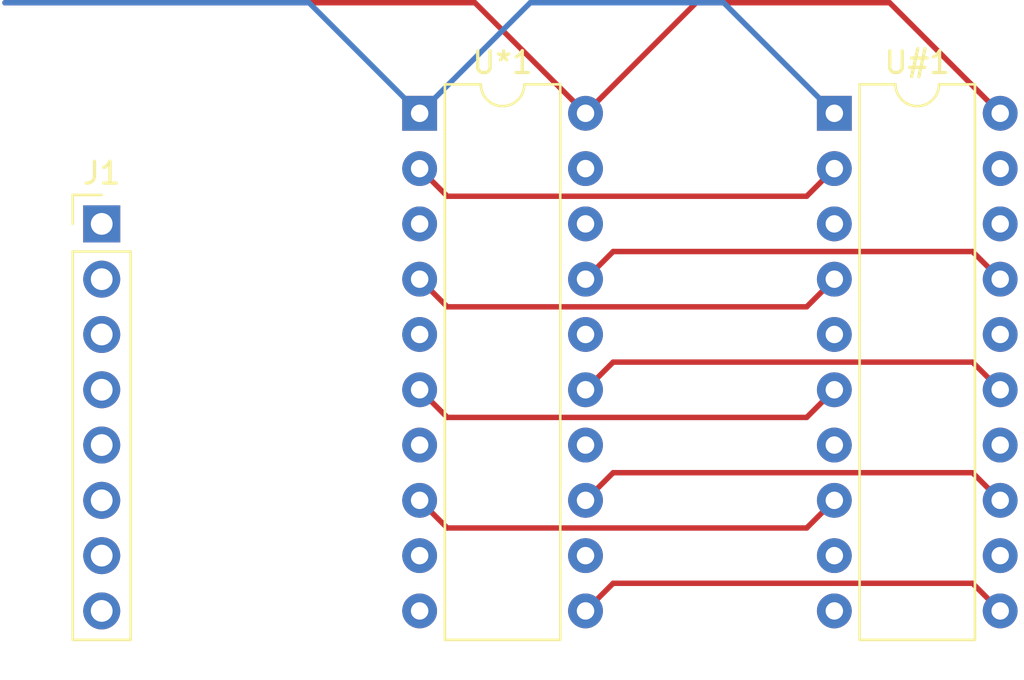
<source format=kicad_pcb>
(kicad_pcb (version 20171130) (host pcbnew "(5.0.0)")

  (general
    (thickness 1.6)
    (drawings 0)
    (tracks 35)
    (zones 0)
    (modules 3)
    (nets 13)
  )

  (page A4)
  (layers
    (0 F.Cu signal)
    (31 B.Cu signal)
    (32 B.Adhes user)
    (33 F.Adhes user)
    (34 B.Paste user)
    (35 F.Paste user)
    (36 B.SilkS user)
    (37 F.SilkS user)
    (38 B.Mask user)
    (39 F.Mask user)
    (40 Dwgs.User user)
    (41 Cmts.User user)
    (42 Eco1.User user)
    (43 Eco2.User user)
    (44 Edge.Cuts user)
    (45 Margin user)
    (46 B.CrtYd user)
    (47 F.CrtYd user)
    (48 B.Fab user)
    (49 F.Fab user)
  )

  (setup
    (last_trace_width 0.25)
    (trace_clearance 0.2)
    (zone_clearance 0.508)
    (zone_45_only no)
    (trace_min 0.2)
    (segment_width 0.2)
    (edge_width 0.15)
    (via_size 0.8)
    (via_drill 0.4)
    (via_min_size 0.4)
    (via_min_drill 0.3)
    (uvia_size 0.3)
    (uvia_drill 0.1)
    (uvias_allowed no)
    (uvia_min_size 0.2)
    (uvia_min_drill 0.1)
    (pcb_text_width 0.3)
    (pcb_text_size 1.5 1.5)
    (mod_edge_width 0.15)
    (mod_text_size 1 1)
    (mod_text_width 0.15)
    (pad_size 1.524 1.524)
    (pad_drill 0.762)
    (pad_to_mask_clearance 0.2)
    (aux_axis_origin 0 0)
    (visible_elements 7FFFFFFF)
    (pcbplotparams
      (layerselection 0x010fc_ffffffff)
      (usegerberextensions false)
      (usegerberattributes false)
      (usegerberadvancedattributes false)
      (creategerberjobfile false)
      (excludeedgelayer true)
      (linewidth 0.100000)
      (plotframeref false)
      (viasonmask false)
      (mode 1)
      (useauxorigin false)
      (hpglpennumber 1)
      (hpglpenspeed 20)
      (hpglpendiameter 15.000000)
      (psnegative false)
      (psa4output false)
      (plotreference true)
      (plotvalue true)
      (plotinvisibletext false)
      (padsonsilk false)
      (subtractmaskfromsilk false)
      (outputformat 1)
      (mirror false)
      (drillshape 1)
      (scaleselection 1)
      (outputdirectory ""))
  )

  (net 0 "")
  (net 1 GND)
  (net 2 /d4)
  (net 3 /d0)
  (net 4 VCC)
  (net 5 /d5)
  (net 6 /d1)
  (net 7 /d6)
  (net 8 /d2)
  (net 9 /d7)
  (net 10 /d3)
  (net 11 "Net-(U*1-Pad19)")
  (net 12 "Net-(U#1-Pad19)")

  (net_class Default "This is the default net class."
    (clearance 0.2)
    (trace_width 0.25)
    (via_dia 0.8)
    (via_drill 0.4)
    (uvia_dia 0.3)
    (uvia_drill 0.1)
    (add_net /d0)
    (add_net /d1)
    (add_net /d2)
    (add_net /d3)
    (add_net /d4)
    (add_net /d5)
    (add_net /d6)
    (add_net /d7)
    (add_net GND)
    (add_net "Net-(U#1-Pad19)")
    (add_net "Net-(U*1-Pad19)")
    (add_net VCC)
  )

  (module Connector_PinHeader_2.54mm:PinHeader_1x08_P2.54mm_Vertical (layer F.Cu) (tedit 59FED5CC) (tstamp 5C1E7102)
    (at 128.905 97.79)
    (descr "Through hole straight pin header, 1x08, 2.54mm pitch, single row")
    (tags "Through hole pin header THT 1x08 2.54mm single row")
    (path /5C125168)
    (fp_text reference J1 (at 0 -2.33) (layer F.SilkS)
      (effects (font (size 1 1) (thickness 0.15)))
    )
    (fp_text value Conn_01x08 (at 0 20.11) (layer F.Fab)
      (effects (font (size 1 1) (thickness 0.15)))
    )
    (fp_line (start -0.635 -1.27) (end 1.27 -1.27) (layer F.Fab) (width 0.1))
    (fp_line (start 1.27 -1.27) (end 1.27 19.05) (layer F.Fab) (width 0.1))
    (fp_line (start 1.27 19.05) (end -1.27 19.05) (layer F.Fab) (width 0.1))
    (fp_line (start -1.27 19.05) (end -1.27 -0.635) (layer F.Fab) (width 0.1))
    (fp_line (start -1.27 -0.635) (end -0.635 -1.27) (layer F.Fab) (width 0.1))
    (fp_line (start -1.33 19.11) (end 1.33 19.11) (layer F.SilkS) (width 0.12))
    (fp_line (start -1.33 1.27) (end -1.33 19.11) (layer F.SilkS) (width 0.12))
    (fp_line (start 1.33 1.27) (end 1.33 19.11) (layer F.SilkS) (width 0.12))
    (fp_line (start -1.33 1.27) (end 1.33 1.27) (layer F.SilkS) (width 0.12))
    (fp_line (start -1.33 0) (end -1.33 -1.33) (layer F.SilkS) (width 0.12))
    (fp_line (start -1.33 -1.33) (end 0 -1.33) (layer F.SilkS) (width 0.12))
    (fp_line (start -1.8 -1.8) (end -1.8 19.55) (layer F.CrtYd) (width 0.05))
    (fp_line (start -1.8 19.55) (end 1.8 19.55) (layer F.CrtYd) (width 0.05))
    (fp_line (start 1.8 19.55) (end 1.8 -1.8) (layer F.CrtYd) (width 0.05))
    (fp_line (start 1.8 -1.8) (end -1.8 -1.8) (layer F.CrtYd) (width 0.05))
    (fp_text user %R (at 0 8.89 90) (layer F.Fab)
      (effects (font (size 1 1) (thickness 0.15)))
    )
    (pad 1 thru_hole rect (at 0 0) (size 1.7 1.7) (drill 1) (layers *.Cu *.Mask)
      (net 3 /d0))
    (pad 2 thru_hole oval (at 0 2.54) (size 1.7 1.7) (drill 1) (layers *.Cu *.Mask)
      (net 6 /d1))
    (pad 3 thru_hole oval (at 0 5.08) (size 1.7 1.7) (drill 1) (layers *.Cu *.Mask)
      (net 8 /d2))
    (pad 4 thru_hole oval (at 0 7.62) (size 1.7 1.7) (drill 1) (layers *.Cu *.Mask)
      (net 10 /d3))
    (pad 5 thru_hole oval (at 0 10.16) (size 1.7 1.7) (drill 1) (layers *.Cu *.Mask)
      (net 2 /d4))
    (pad 6 thru_hole oval (at 0 12.7) (size 1.7 1.7) (drill 1) (layers *.Cu *.Mask)
      (net 5 /d5))
    (pad 7 thru_hole oval (at 0 15.24) (size 1.7 1.7) (drill 1) (layers *.Cu *.Mask)
      (net 7 /d6))
    (pad 8 thru_hole oval (at 0 17.78) (size 1.7 1.7) (drill 1) (layers *.Cu *.Mask)
      (net 9 /d7))
    (model ${KISYS3DMOD}/Connector_PinHeader_2.54mm.3dshapes/PinHeader_1x08_P2.54mm_Vertical.wrl
      (at (xyz 0 0 0))
      (scale (xyz 1 1 1))
      (rotate (xyz 0 0 0))
    )
  )

  (module Package_DIP:DIP-20_W7.62mm (layer F.Cu) (tedit 5A02E8C5) (tstamp 5C12222F)
    (at 162.56 92.71)
    (descr "20-lead though-hole mounted DIP package, row spacing 7.62 mm (300 mils)")
    (tags "THT DIP DIL PDIP 2.54mm 7.62mm 300mil")
    (path /5C122289)
    (fp_text reference U#1 (at 3.81 -2.33) (layer F.SilkS)
      (effects (font (size 1 1) (thickness 0.15)))
    )
    (fp_text value 74LS688 (at 3.81 25.19) (layer F.Fab)
      (effects (font (size 1 1) (thickness 0.15)))
    )
    (fp_arc (start 3.81 -1.33) (end 2.81 -1.33) (angle -180) (layer F.SilkS) (width 0.12))
    (fp_line (start 1.635 -1.27) (end 6.985 -1.27) (layer F.Fab) (width 0.1))
    (fp_line (start 6.985 -1.27) (end 6.985 24.13) (layer F.Fab) (width 0.1))
    (fp_line (start 6.985 24.13) (end 0.635 24.13) (layer F.Fab) (width 0.1))
    (fp_line (start 0.635 24.13) (end 0.635 -0.27) (layer F.Fab) (width 0.1))
    (fp_line (start 0.635 -0.27) (end 1.635 -1.27) (layer F.Fab) (width 0.1))
    (fp_line (start 2.81 -1.33) (end 1.16 -1.33) (layer F.SilkS) (width 0.12))
    (fp_line (start 1.16 -1.33) (end 1.16 24.19) (layer F.SilkS) (width 0.12))
    (fp_line (start 1.16 24.19) (end 6.46 24.19) (layer F.SilkS) (width 0.12))
    (fp_line (start 6.46 24.19) (end 6.46 -1.33) (layer F.SilkS) (width 0.12))
    (fp_line (start 6.46 -1.33) (end 4.81 -1.33) (layer F.SilkS) (width 0.12))
    (fp_line (start -1.1 -1.55) (end -1.1 24.4) (layer F.CrtYd) (width 0.05))
    (fp_line (start -1.1 24.4) (end 8.7 24.4) (layer F.CrtYd) (width 0.05))
    (fp_line (start 8.7 24.4) (end 8.7 -1.55) (layer F.CrtYd) (width 0.05))
    (fp_line (start 8.7 -1.55) (end -1.1 -1.55) (layer F.CrtYd) (width 0.05))
    (fp_text user %R (at 3.81 11.43) (layer F.Fab)
      (effects (font (size 1 1) (thickness 0.15)))
    )
    (pad 1 thru_hole rect (at 0 0) (size 1.6 1.6) (drill 0.8) (layers *.Cu *.Mask)
      (net 1 GND))
    (pad 11 thru_hole oval (at 7.62 22.86) (size 1.6 1.6) (drill 0.8) (layers *.Cu *.Mask)
      (net 2 /d4))
    (pad 2 thru_hole oval (at 0 2.54) (size 1.6 1.6) (drill 0.8) (layers *.Cu *.Mask)
      (net 3 /d0))
    (pad 12 thru_hole oval (at 7.62 20.32) (size 1.6 1.6) (drill 0.8) (layers *.Cu *.Mask)
      (net 4 VCC))
    (pad 3 thru_hole oval (at 0 5.08) (size 1.6 1.6) (drill 0.8) (layers *.Cu *.Mask)
      (net 1 GND))
    (pad 13 thru_hole oval (at 7.62 17.78) (size 1.6 1.6) (drill 0.8) (layers *.Cu *.Mask)
      (net 5 /d5))
    (pad 4 thru_hole oval (at 0 7.62) (size 1.6 1.6) (drill 0.8) (layers *.Cu *.Mask)
      (net 6 /d1))
    (pad 14 thru_hole oval (at 7.62 15.24) (size 1.6 1.6) (drill 0.8) (layers *.Cu *.Mask)
      (net 1 GND))
    (pad 5 thru_hole oval (at 0 10.16) (size 1.6 1.6) (drill 0.8) (layers *.Cu *.Mask)
      (net 1 GND))
    (pad 15 thru_hole oval (at 7.62 12.7) (size 1.6 1.6) (drill 0.8) (layers *.Cu *.Mask)
      (net 7 /d6))
    (pad 6 thru_hole oval (at 0 12.7) (size 1.6 1.6) (drill 0.8) (layers *.Cu *.Mask)
      (net 8 /d2))
    (pad 16 thru_hole oval (at 7.62 10.16) (size 1.6 1.6) (drill 0.8) (layers *.Cu *.Mask)
      (net 4 VCC))
    (pad 7 thru_hole oval (at 0 15.24) (size 1.6 1.6) (drill 0.8) (layers *.Cu *.Mask)
      (net 4 VCC))
    (pad 17 thru_hole oval (at 7.62 7.62) (size 1.6 1.6) (drill 0.8) (layers *.Cu *.Mask)
      (net 9 /d7))
    (pad 8 thru_hole oval (at 0 17.78) (size 1.6 1.6) (drill 0.8) (layers *.Cu *.Mask)
      (net 10 /d3))
    (pad 18 thru_hole oval (at 7.62 5.08) (size 1.6 1.6) (drill 0.8) (layers *.Cu *.Mask)
      (net 1 GND))
    (pad 9 thru_hole oval (at 0 20.32) (size 1.6 1.6) (drill 0.8) (layers *.Cu *.Mask)
      (net 1 GND))
    (pad 19 thru_hole oval (at 7.62 2.54) (size 1.6 1.6) (drill 0.8) (layers *.Cu *.Mask)
      (net 12 "Net-(U#1-Pad19)"))
    (pad 10 thru_hole oval (at 0 22.86) (size 1.6 1.6) (drill 0.8) (layers *.Cu *.Mask)
      (net 1 GND))
    (pad 20 thru_hole oval (at 7.62 0) (size 1.6 1.6) (drill 0.8) (layers *.Cu *.Mask)
      (net 4 VCC))
    (model ${KISYS3DMOD}/Package_DIP.3dshapes/DIP-20_W7.62mm.wrl
      (at (xyz 0 0 0))
      (scale (xyz 1 1 1))
      (rotate (xyz 0 0 0))
    )
  )

  (module Package_DIP:DIP-20_W7.62mm (layer F.Cu) (tedit 5A02E8C5) (tstamp 5C1D1A62)
    (at 143.51 92.71)
    (descr "20-lead though-hole mounted DIP package, row spacing 7.62 mm (300 mils)")
    (tags "THT DIP DIL PDIP 2.54mm 7.62mm 300mil")
    (path /5C10CE1F)
    (fp_text reference U*1 (at 3.81 -2.33) (layer F.SilkS)
      (effects (font (size 1 1) (thickness 0.15)))
    )
    (fp_text value 74LS688 (at 3.81 25.19) (layer F.Fab)
      (effects (font (size 1 1) (thickness 0.15)))
    )
    (fp_arc (start 3.81 -1.33) (end 2.81 -1.33) (angle -180) (layer F.SilkS) (width 0.12))
    (fp_line (start 1.635 -1.27) (end 6.985 -1.27) (layer F.Fab) (width 0.1))
    (fp_line (start 6.985 -1.27) (end 6.985 24.13) (layer F.Fab) (width 0.1))
    (fp_line (start 6.985 24.13) (end 0.635 24.13) (layer F.Fab) (width 0.1))
    (fp_line (start 0.635 24.13) (end 0.635 -0.27) (layer F.Fab) (width 0.1))
    (fp_line (start 0.635 -0.27) (end 1.635 -1.27) (layer F.Fab) (width 0.1))
    (fp_line (start 2.81 -1.33) (end 1.16 -1.33) (layer F.SilkS) (width 0.12))
    (fp_line (start 1.16 -1.33) (end 1.16 24.19) (layer F.SilkS) (width 0.12))
    (fp_line (start 1.16 24.19) (end 6.46 24.19) (layer F.SilkS) (width 0.12))
    (fp_line (start 6.46 24.19) (end 6.46 -1.33) (layer F.SilkS) (width 0.12))
    (fp_line (start 6.46 -1.33) (end 4.81 -1.33) (layer F.SilkS) (width 0.12))
    (fp_line (start -1.1 -1.55) (end -1.1 24.4) (layer F.CrtYd) (width 0.05))
    (fp_line (start -1.1 24.4) (end 8.7 24.4) (layer F.CrtYd) (width 0.05))
    (fp_line (start 8.7 24.4) (end 8.7 -1.55) (layer F.CrtYd) (width 0.05))
    (fp_line (start 8.7 -1.55) (end -1.1 -1.55) (layer F.CrtYd) (width 0.05))
    (fp_text user %R (at 3.81 11.43) (layer F.Fab)
      (effects (font (size 1 1) (thickness 0.15)))
    )
    (pad 1 thru_hole rect (at 0 0) (size 1.6 1.6) (drill 0.8) (layers *.Cu *.Mask)
      (net 1 GND))
    (pad 11 thru_hole oval (at 7.62 22.86) (size 1.6 1.6) (drill 0.8) (layers *.Cu *.Mask)
      (net 2 /d4))
    (pad 2 thru_hole oval (at 0 2.54) (size 1.6 1.6) (drill 0.8) (layers *.Cu *.Mask)
      (net 3 /d0))
    (pad 12 thru_hole oval (at 7.62 20.32) (size 1.6 1.6) (drill 0.8) (layers *.Cu *.Mask)
      (net 4 VCC))
    (pad 3 thru_hole oval (at 0 5.08) (size 1.6 1.6) (drill 0.8) (layers *.Cu *.Mask)
      (net 1 GND))
    (pad 13 thru_hole oval (at 7.62 17.78) (size 1.6 1.6) (drill 0.8) (layers *.Cu *.Mask)
      (net 5 /d5))
    (pad 4 thru_hole oval (at 0 7.62) (size 1.6 1.6) (drill 0.8) (layers *.Cu *.Mask)
      (net 6 /d1))
    (pad 14 thru_hole oval (at 7.62 15.24) (size 1.6 1.6) (drill 0.8) (layers *.Cu *.Mask)
      (net 1 GND))
    (pad 5 thru_hole oval (at 0 10.16) (size 1.6 1.6) (drill 0.8) (layers *.Cu *.Mask)
      (net 1 GND))
    (pad 15 thru_hole oval (at 7.62 12.7) (size 1.6 1.6) (drill 0.8) (layers *.Cu *.Mask)
      (net 7 /d6))
    (pad 6 thru_hole oval (at 0 12.7) (size 1.6 1.6) (drill 0.8) (layers *.Cu *.Mask)
      (net 8 /d2))
    (pad 16 thru_hole oval (at 7.62 10.16) (size 1.6 1.6) (drill 0.8) (layers *.Cu *.Mask)
      (net 4 VCC))
    (pad 7 thru_hole oval (at 0 15.24) (size 1.6 1.6) (drill 0.8) (layers *.Cu *.Mask)
      (net 4 VCC))
    (pad 17 thru_hole oval (at 7.62 7.62) (size 1.6 1.6) (drill 0.8) (layers *.Cu *.Mask)
      (net 9 /d7))
    (pad 8 thru_hole oval (at 0 17.78) (size 1.6 1.6) (drill 0.8) (layers *.Cu *.Mask)
      (net 10 /d3))
    (pad 18 thru_hole oval (at 7.62 5.08) (size 1.6 1.6) (drill 0.8) (layers *.Cu *.Mask)
      (net 1 GND))
    (pad 9 thru_hole oval (at 0 20.32) (size 1.6 1.6) (drill 0.8) (layers *.Cu *.Mask)
      (net 1 GND))
    (pad 19 thru_hole oval (at 7.62 2.54) (size 1.6 1.6) (drill 0.8) (layers *.Cu *.Mask)
      (net 11 "Net-(U*1-Pad19)"))
    (pad 10 thru_hole oval (at 0 22.86) (size 1.6 1.6) (drill 0.8) (layers *.Cu *.Mask)
      (net 1 GND))
    (pad 20 thru_hole oval (at 7.62 0) (size 1.6 1.6) (drill 0.8) (layers *.Cu *.Mask)
      (net 4 VCC))
    (model ${KISYS3DMOD}/Package_DIP.3dshapes/DIP-20_W7.62mm.wrl
      (at (xyz 0 0 0))
      (scale (xyz 1 1 1))
      (rotate (xyz 0 0 0))
    )
  )

  (segment (start 162.56 92.71) (end 157.48 87.63) (width 0.25) (layer B.Cu) (net 1))
  (segment (start 157.48 87.63) (end 148.59 87.63) (width 0.25) (layer B.Cu) (net 1))
  (segment (start 148.59 87.63) (end 143.51 92.71) (width 0.25) (layer B.Cu) (net 1))
  (segment (start 143.51 92.71) (end 138.43 87.63) (width 0.25) (layer B.Cu) (net 1))
  (segment (start 138.43 87.63) (end 124.46 87.63) (width 0.25) (layer B.Cu) (net 1))
  (segment (start 162.56 95.25) (end 161.29 96.52) (width 0.25) (layer F.Cu) (net 3))
  (segment (start 144.78 96.52) (end 143.51 95.25) (width 0.25) (layer F.Cu) (net 3))
  (segment (start 161.29 96.52) (end 144.78 96.52) (width 0.25) (layer F.Cu) (net 3))
  (segment (start 151.929999 91.910001) (end 151.13 92.71) (width 0.25) (layer F.Cu) (net 4))
  (segment (start 156.21 87.63) (end 151.929999 91.910001) (width 0.25) (layer F.Cu) (net 4))
  (segment (start 165.1 87.63) (end 156.21 87.63) (width 0.25) (layer F.Cu) (net 4))
  (segment (start 170.18 92.71) (end 165.1 87.63) (width 0.25) (layer F.Cu) (net 4))
  (segment (start 151.13 92.71) (end 146.05 87.63) (width 0.25) (layer F.Cu) (net 4))
  (segment (start 146.05 87.63) (end 124.46 87.63) (width 0.25) (layer F.Cu) (net 4))
  (segment (start 161.29 106.68) (end 162.56 105.41) (width 0.25) (layer F.Cu) (net 8))
  (segment (start 144.78 106.68) (end 161.29 106.68) (width 0.25) (layer F.Cu) (net 8))
  (segment (start 143.51 105.41) (end 144.78 106.68) (width 0.25) (layer F.Cu) (net 8))
  (segment (start 143.51 110.49) (end 144.78 111.76) (width 0.25) (layer F.Cu) (net 10))
  (segment (start 161.29 111.76) (end 162.56 110.49) (width 0.25) (layer F.Cu) (net 10))
  (segment (start 144.78 111.76) (end 161.29 111.76) (width 0.25) (layer F.Cu) (net 10))
  (segment (start 144.78 101.6) (end 143.51 100.33) (width 0.25) (layer F.Cu) (net 6))
  (segment (start 162.56 100.33) (end 161.29 101.6) (width 0.25) (layer F.Cu) (net 6))
  (segment (start 161.29 101.6) (end 144.78 101.6) (width 0.25) (layer F.Cu) (net 6))
  (segment (start 170.18 105.41) (end 168.91 104.14) (width 0.25) (layer F.Cu) (net 7))
  (segment (start 152.4 104.14) (end 151.13 105.41) (width 0.25) (layer F.Cu) (net 7))
  (segment (start 168.91 104.14) (end 152.4 104.14) (width 0.25) (layer F.Cu) (net 7))
  (segment (start 168.91 109.22) (end 152.4 109.22) (width 0.25) (layer F.Cu) (net 5) (tstamp 5C122775))
  (segment (start 152.4 109.22) (end 151.13 110.49) (width 0.25) (layer F.Cu) (net 5) (tstamp 5C122776))
  (segment (start 170.18 110.49) (end 168.91 109.22) (width 0.25) (layer F.Cu) (net 5) (tstamp 5C122777))
  (segment (start 170.18 115.57) (end 168.91 114.3) (width 0.25) (layer F.Cu) (net 2) (tstamp 5C12277B))
  (segment (start 168.91 114.3) (end 152.4 114.3) (width 0.25) (layer F.Cu) (net 2) (tstamp 5C12277C))
  (segment (start 152.4 114.3) (end 151.13 115.57) (width 0.25) (layer F.Cu) (net 2) (tstamp 5C12277D))
  (segment (start 152.4 99.06) (end 151.13 100.33) (width 0.25) (layer F.Cu) (net 9) (tstamp 5C122781))
  (segment (start 168.91 99.06) (end 152.4 99.06) (width 0.25) (layer F.Cu) (net 9) (tstamp 5C122782))
  (segment (start 170.18 100.33) (end 168.91 99.06) (width 0.25) (layer F.Cu) (net 9) (tstamp 5C122783))

)

</source>
